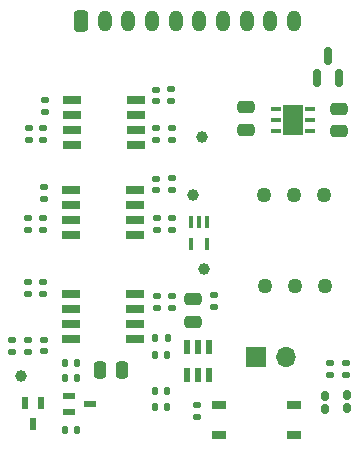
<source format=gbr>
%TF.GenerationSoftware,KiCad,Pcbnew,(6.0.8)*%
%TF.CreationDate,2023-06-01T04:28:43+02:00*%
%TF.ProjectId,BSPD-07,42535044-2d30-4372-9e6b-696361645f70,rev?*%
%TF.SameCoordinates,Original*%
%TF.FileFunction,Soldermask,Top*%
%TF.FilePolarity,Negative*%
%FSLAX46Y46*%
G04 Gerber Fmt 4.6, Leading zero omitted, Abs format (unit mm)*
G04 Created by KiCad (PCBNEW (6.0.8)) date 2023-06-01 04:28:43*
%MOMM*%
%LPD*%
G01*
G04 APERTURE LIST*
G04 Aperture macros list*
%AMRoundRect*
0 Rectangle with rounded corners*
0 $1 Rounding radius*
0 $2 $3 $4 $5 $6 $7 $8 $9 X,Y pos of 4 corners*
0 Add a 4 corners polygon primitive as box body*
4,1,4,$2,$3,$4,$5,$6,$7,$8,$9,$2,$3,0*
0 Add four circle primitives for the rounded corners*
1,1,$1+$1,$2,$3*
1,1,$1+$1,$4,$5*
1,1,$1+$1,$6,$7*
1,1,$1+$1,$8,$9*
0 Add four rect primitives between the rounded corners*
20,1,$1+$1,$2,$3,$4,$5,0*
20,1,$1+$1,$4,$5,$6,$7,0*
20,1,$1+$1,$6,$7,$8,$9,0*
20,1,$1+$1,$8,$9,$2,$3,0*%
G04 Aperture macros list end*
%ADD10C,1.000000*%
%ADD11RoundRect,0.135000X-0.185000X0.135000X-0.185000X-0.135000X0.185000X-0.135000X0.185000X0.135000X0*%
%ADD12RoundRect,0.135000X0.185000X-0.135000X0.185000X0.135000X-0.185000X0.135000X-0.185000X-0.135000X0*%
%ADD13RoundRect,0.135000X-0.135000X-0.185000X0.135000X-0.185000X0.135000X0.185000X-0.135000X0.185000X0*%
%ADD14RoundRect,0.250000X0.250000X0.475000X-0.250000X0.475000X-0.250000X-0.475000X0.250000X-0.475000X0*%
%ADD15RoundRect,0.147500X-0.172500X0.147500X-0.172500X-0.147500X0.172500X-0.147500X0.172500X0.147500X0*%
%ADD16C,1.269000*%
%ADD17R,1.528000X0.650000*%
%ADD18RoundRect,0.140000X0.170000X-0.140000X0.170000X0.140000X-0.170000X0.140000X-0.170000X-0.140000X0*%
%ADD19RoundRect,0.250000X0.475000X-0.250000X0.475000X0.250000X-0.475000X0.250000X-0.475000X-0.250000X0*%
%ADD20RoundRect,0.135000X0.135000X0.185000X-0.135000X0.185000X-0.135000X-0.185000X0.135000X-0.185000X0*%
%ADD21RoundRect,0.160000X0.160000X-0.222500X0.160000X0.222500X-0.160000X0.222500X-0.160000X-0.222500X0*%
%ADD22R,0.850000X0.300000*%
%ADD23R,1.700000X2.500000*%
%ADD24RoundRect,0.140000X-0.170000X0.140000X-0.170000X-0.140000X0.170000X-0.140000X0.170000X0.140000X0*%
%ADD25RoundRect,0.250000X-0.475000X0.250000X-0.475000X-0.250000X0.475000X-0.250000X0.475000X0.250000X0*%
%ADD26R,0.400000X1.050000*%
%ADD27R,1.200000X0.800000*%
%ADD28R,1.700000X1.700000*%
%ADD29O,1.700000X1.700000*%
%ADD30R,0.600000X1.300000*%
%ADD31R,0.500000X1.100000*%
%ADD32RoundRect,0.150000X0.150000X-0.587500X0.150000X0.587500X-0.150000X0.587500X-0.150000X-0.587500X0*%
%ADD33RoundRect,0.140000X-0.140000X-0.170000X0.140000X-0.170000X0.140000X0.170000X-0.140000X0.170000X0*%
%ADD34R,1.100000X0.500000*%
%ADD35RoundRect,0.250000X-0.350000X-0.650000X0.350000X-0.650000X0.350000X0.650000X-0.350000X0.650000X0*%
%ADD36O,1.200000X1.800000*%
G04 APERTURE END LIST*
D10*
%TO.C,TP2*%
X164614600Y-113766600D03*
%TD*%
D11*
%TO.C,R18*%
X149349200Y-126007400D03*
X149349200Y-127027400D03*
%TD*%
D12*
%TO.C,R23*%
X176222400Y-128964800D03*
X176222400Y-127944800D03*
%TD*%
D13*
%TO.C,R15*%
X161463000Y-131724400D03*
X162483000Y-131724400D03*
%TD*%
D14*
%TO.C,C5*%
X158655800Y-128549400D03*
X156755800Y-128549400D03*
%TD*%
D15*
%TO.C,D2*%
X150676800Y-115722400D03*
X150676800Y-116692400D03*
%TD*%
D12*
%TO.C,R4*%
X161550800Y-109120400D03*
X161550800Y-108100400D03*
%TD*%
D16*
%TO.C,RV1*%
X170685200Y-113715800D03*
X173225200Y-113715800D03*
X175765200Y-113715800D03*
%TD*%
D17*
%TO.C,IC1*%
X154394800Y-105689400D03*
X154394800Y-106959400D03*
X154394800Y-108229400D03*
X154394800Y-109499400D03*
X159816800Y-109499400D03*
X159816800Y-108229400D03*
X159816800Y-106959400D03*
X159816800Y-105689400D03*
%TD*%
D18*
%TO.C,C4*%
X151990800Y-126997400D03*
X151990800Y-126037400D03*
%TD*%
D19*
%TO.C,C3*%
X164646800Y-124485400D03*
X164646800Y-122585400D03*
%TD*%
D12*
%TO.C,R5*%
X151946800Y-116740400D03*
X151946800Y-115720400D03*
%TD*%
%TO.C,R12*%
X166424800Y-123219400D03*
X166424800Y-122199400D03*
%TD*%
%TO.C,R7*%
X162868800Y-109120400D03*
X162868800Y-108100400D03*
%TD*%
D20*
%TO.C,R20*%
X154837600Y-129260600D03*
X153817600Y-129260600D03*
%TD*%
D21*
%TO.C,D4*%
X177644800Y-131795900D03*
X177644800Y-130650900D03*
%TD*%
%TO.C,D3*%
X175816000Y-131883800D03*
X175816000Y-130738800D03*
%TD*%
D12*
%TO.C,R11*%
X161598800Y-123283400D03*
X161598800Y-122263400D03*
%TD*%
D20*
%TO.C,R21*%
X154837600Y-133629400D03*
X153817600Y-133629400D03*
%TD*%
D17*
%TO.C,IC2*%
X154315800Y-113309400D03*
X154315800Y-114579400D03*
X154315800Y-115849400D03*
X154315800Y-117119400D03*
X159737800Y-117119400D03*
X159737800Y-115849400D03*
X159737800Y-114579400D03*
X159737800Y-113309400D03*
%TD*%
D22*
%TO.C,IC4*%
X174548200Y-108366600D03*
X174548200Y-107416600D03*
X174548200Y-106466600D03*
X171648200Y-106466600D03*
X171648200Y-107416600D03*
X171648200Y-108366600D03*
D23*
X173098200Y-107416600D03*
%TD*%
D24*
%TO.C,C2*%
X161548000Y-112372200D03*
X161548000Y-113332200D03*
%TD*%
D15*
%TO.C,D1*%
X150727600Y-108098000D03*
X150727600Y-109068000D03*
%TD*%
D25*
%TO.C,C6*%
X177035200Y-106466600D03*
X177035200Y-108366600D03*
%TD*%
D12*
%TO.C,R9*%
X162820800Y-105818400D03*
X162820800Y-104798400D03*
%TD*%
D26*
%TO.C,IC5*%
X165804800Y-116042400D03*
X165154800Y-116042400D03*
X164504800Y-116042400D03*
X164504800Y-117942400D03*
X165804800Y-117942400D03*
%TD*%
D17*
%TO.C,IC3*%
X159737800Y-125948400D03*
X159737800Y-124678400D03*
X159737800Y-123408400D03*
X159737800Y-122138400D03*
X154315800Y-122138400D03*
X154315800Y-123408400D03*
X154315800Y-124678400D03*
X154315800Y-125948400D03*
%TD*%
D10*
%TO.C,TP1*%
X165402000Y-108839000D03*
%TD*%
D27*
%TO.C,U2*%
X166874800Y-131495800D03*
X166874800Y-134035800D03*
X173174800Y-134035800D03*
X173174800Y-131495800D03*
%TD*%
D12*
%TO.C,R26*%
X151940000Y-122150600D03*
X151940000Y-121130600D03*
%TD*%
%TO.C,R10*%
X162894200Y-113336800D03*
X162894200Y-112316800D03*
%TD*%
D16*
%TO.C,RV2*%
X170736000Y-121437400D03*
X173276000Y-121437400D03*
X175816000Y-121437400D03*
%TD*%
D13*
%TO.C,R16*%
X161469800Y-125882400D03*
X162489800Y-125882400D03*
%TD*%
D10*
%TO.C,TP3*%
X150085800Y-129057400D03*
%TD*%
D20*
%TO.C,R14*%
X162483000Y-130327400D03*
X161463000Y-130327400D03*
%TD*%
D12*
%TO.C,R8*%
X162868800Y-116740400D03*
X162868800Y-115720400D03*
%TD*%
D25*
%TO.C,C7*%
X169161200Y-106339600D03*
X169161200Y-108239600D03*
%TD*%
D11*
%TO.C,R2*%
X152041600Y-113051400D03*
X152041600Y-114071400D03*
%TD*%
%TO.C,R19*%
X150670000Y-126032800D03*
X150670000Y-127052800D03*
%TD*%
D12*
%TO.C,R3*%
X151946800Y-109118400D03*
X151946800Y-108098400D03*
%TD*%
D11*
%TO.C,R22*%
X164995600Y-131544600D03*
X164995600Y-132564600D03*
%TD*%
D28*
%TO.C,JP1*%
X169969000Y-127431800D03*
D29*
X172509000Y-127431800D03*
%TD*%
D11*
%TO.C,R25*%
X150670000Y-121130600D03*
X150670000Y-122150600D03*
%TD*%
%TO.C,R1*%
X152092400Y-105685400D03*
X152092400Y-106705400D03*
%TD*%
D10*
%TO.C,TP4*%
X165535800Y-120040400D03*
%TD*%
D12*
%TO.C,R24*%
X177594000Y-128964800D03*
X177594000Y-127944800D03*
%TD*%
%TO.C,R6*%
X161598800Y-116740400D03*
X161598800Y-115720400D03*
%TD*%
D24*
%TO.C,C1*%
X161550800Y-104828400D03*
X161550800Y-105788400D03*
%TD*%
D30*
%TO.C,Q1*%
X166021800Y-126587400D03*
X165071800Y-126587400D03*
X164121800Y-126587400D03*
X164121800Y-128987400D03*
X165071800Y-128987400D03*
X166021800Y-128987400D03*
%TD*%
D31*
%TO.C,Q3*%
X151751800Y-131332400D03*
X150451800Y-131332400D03*
X151101800Y-133132400D03*
%TD*%
D32*
%TO.C,Q4*%
X175120000Y-103832900D03*
X177020000Y-103832900D03*
X176070000Y-101957900D03*
%TD*%
D12*
%TO.C,R13*%
X162868800Y-123283400D03*
X162868800Y-122263400D03*
%TD*%
D33*
%TO.C,C8*%
X153847600Y-127990600D03*
X154807600Y-127990600D03*
%TD*%
D13*
%TO.C,R17*%
X161463000Y-127279400D03*
X162483000Y-127279400D03*
%TD*%
D34*
%TO.C,Q2*%
X154138800Y-130795000D03*
X154138800Y-132095000D03*
X155938800Y-131445000D03*
%TD*%
D35*
%TO.C,J1*%
X155180000Y-99034600D03*
D36*
X157180000Y-99034600D03*
X159180000Y-99034600D03*
X161180000Y-99034600D03*
X163180000Y-99034600D03*
X165180000Y-99034600D03*
X167180000Y-99034600D03*
X169180000Y-99034600D03*
X171180000Y-99034600D03*
X173180000Y-99034600D03*
%TD*%
M02*

</source>
